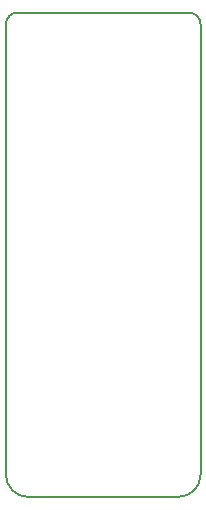
<source format=gm1>
G04 #@! TF.GenerationSoftware,KiCad,Pcbnew,5.1.10*
G04 #@! TF.CreationDate,2022-01-26T01:17:43-08:00*
G04 #@! TF.ProjectId,Baud_Generator,42617564-5f47-4656-9e65-7261746f722e,rev?*
G04 #@! TF.SameCoordinates,Original*
G04 #@! TF.FileFunction,Profile,NP*
%FSLAX46Y46*%
G04 Gerber Fmt 4.6, Leading zero omitted, Abs format (unit mm)*
G04 Created by KiCad (PCBNEW 5.1.10) date 2022-01-26 01:17:43*
%MOMM*%
%LPD*%
G01*
G04 APERTURE LIST*
G04 #@! TA.AperFunction,Profile*
%ADD10C,0.150000*%
G04 #@! TD*
G04 APERTURE END LIST*
D10*
X105330001Y-57705001D02*
G75*
G02*
X106330001Y-56705001I1000000J0D01*
G01*
X120830001Y-56705001D02*
G75*
G02*
X121830001Y-57705001I0J-1000000D01*
G01*
X107235001Y-97710001D02*
G75*
G02*
X105330001Y-95805001I0J1905000D01*
G01*
X121830001Y-95805001D02*
G75*
G02*
X119925001Y-97710001I-1905000J0D01*
G01*
X105330001Y-57705001D02*
X105330001Y-95805001D01*
X120830001Y-56705001D02*
X106330001Y-56705001D01*
X121830001Y-95805001D02*
X121830001Y-57705001D01*
X107235001Y-97710001D02*
X119925001Y-97710001D01*
M02*

</source>
